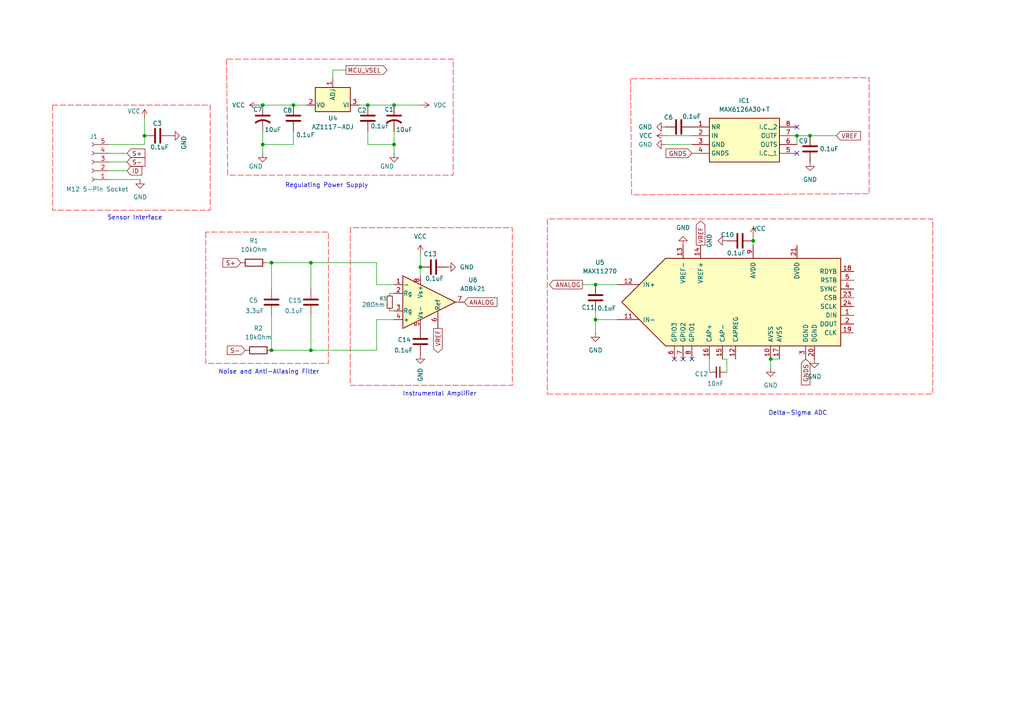
<source format=kicad_sch>
(kicad_sch (version 20250114) (generator "eeschema") (generator_version "9.0")
  (paper "A4")
  (title_block (title "Innovatest Mobile Force Verification Unit Measurement Chain") (date "2025-11-15") (rev "2.0") (comment 1 "Author: Justin Julius Chin Cheong"))
  (lib_symbols
    (symbol "Amplifier_Instrumentation:AD8421" (pin_names (offset 0.127))
      (property "Reference" "U" (at 3.81 7.62 0))
      (property "Value" "AD8421" (at 3.81 5.08 0))
      (symbol "AD8421_0_1"
        (polyline (pts (xy -7.62 7.62) (xy -7.62 -7.62) (xy 7.62 0) (xy -7.62 7.62)) (stroke (width 0.254)) (fill (type background)))
      )
      (symbol "AD8421_1_1"
        (pin input line (at -10.16 5.08 0) (length 2.54) (name "-") (number "1"))
        (pin passive line (at -10.16 2.54 0) (length 2.54) (name "Rg") (number "2"))
        (pin passive line (at -10.16 -2.54 0) (length 2.54) (name "Rg") (number "3"))
        (pin input line (at -10.16 -5.08 0) (length 2.54) (name "+") (number "4"))
        (pin power_in line (at -2.54 7.62 270) (length 2.54) (name "Vs+") (number "8"))
        (pin power_in line (at -2.54 -7.62 90) (length 2.54) (name "Vs-") (number "5"))
        (pin passive line (at 2.54 -7.62 90) (length 5.08) (name "Ref") (number "6"))
        (pin output line (at 10.16 0 180) (length 2.54) (name "~") (number "7"))
      )
    )
    (symbol "Connector:Conn_01x05_Socket" (pin_names (offset 1.016) (hide yes))
      (property "Reference" "J" (at 0 7.62 0))
      (property "Value" "Conn_01x05_Socket" (at 0 -7.62 0))
      (symbol "Conn_01x05_Socket_1_1"
        (polyline (pts (xy -1.27 5.08) (xy -0.508 5.08)) (stroke (width 0.1524)))
        (polyline (pts (xy -1.27 2.54) (xy -0.508 2.54)) (stroke (width 0.1524)))
        (polyline (pts (xy -1.27 0) (xy -0.508 0)) (stroke (width 0.1524)))
        (polyline (pts (xy -1.27 -2.54) (xy -0.508 -2.54)) (stroke (width 0.1524)))
        (polyline (pts (xy -1.27 -5.08) (xy -0.508 -5.08)) (stroke (width 0.1524)))
        (arc (start 0 4.572) (mid -0.5058 5.08) (end 0 5.588) (stroke (width 0.1524)))
        (arc (start 0 2.032) (mid -0.5058 2.54) (end 0 3.048) (stroke (width 0.1524)))
        (arc (start 0 -0.508) (mid -0.5058 0) (end 0 0.508) (stroke (width 0.1524)))
        (arc (start 0 -3.048) (mid -0.5058 -2.54) (end 0 -2.032) (stroke (width 0.1524)))
        (arc (start 0 -5.588) (mid -0.5058 -5.08) (end 0 -4.572) (stroke (width 0.1524)))
        (pin passive line (at -5.08 5.08 0) (length 3.81) (name "Pin_1") (number "1"))
        (pin passive line (at -5.08 2.54 0) (length 3.81) (name "Pin_2") (number "2"))
        (pin passive line (at -5.08 0 0) (length 3.81) (name "Pin_3") (number "3"))
        (pin passive line (at -5.08 -2.54 0) (length 3.81) (name "Pin_4") (number "4"))
        (pin passive line (at -5.08 -5.08 0) (length 3.81) (name "Pin_5") (number "5"))
      )
    )
    (symbol "Device:C" (pin_numbers (hide yes)) (pin_names (offset 0.254))
      (property "Reference" "C" (at 0.635 2.54 0))
      (property "Value" "C" (at 0.635 -2.54 0))
      (symbol "C_0_1"
        (polyline (pts (xy -2.032 0.762) (xy 2.032 0.762)) (stroke (width 0.508)))
        (polyline (pts (xy -2.032 -0.762) (xy 2.032 -0.762)) (stroke (width 0.508)))
      )
      (symbol "C_1_1"
        (pin passive line (at 0 3.81 270) (length 2.794) (name "~") (number "1"))
        (pin passive line (at 0 -3.81 90) (length 2.794) (name "~") (number "2"))
      )
    )
    (symbol "Device:C_Small" (pin_numbers (hide yes)) (pin_names (offset 0.254) (hide yes))
      (property "Reference" "C" (at 0.254 1.778 0))
      (property "Value" "C_Small" (at 0.254 -2.032 0))
      (symbol "C_Small_0_1"
        (polyline (pts (xy -1.524 0.508) (xy 1.524 0.508)) (stroke (width 0.3048)))
        (polyline (pts (xy -1.524 -0.508) (xy 1.524 -0.508)) (stroke (width 0.3302)))
      )
      (symbol "C_Small_1_1"
        (pin passive line (at 0 2.54 270) (length 2.032) (name "~") (number "1"))
        (pin passive line (at 0 -2.54 90) (length 2.032) (name "~") (number "2"))
      )
    )
    (symbol "Device:C_US" (pin_numbers (hide yes)) (pin_names (offset 0.254) (hide yes))
      (property "Reference" "C" (at 0.635 2.54 0))
      (property "Value" "C_US" (at 0.635 -2.54 0))
      (symbol "C_US_0_1"
        (polyline (pts (xy -2.032 0.762) (xy 2.032 0.762)) (stroke (width 0.508)))
        (arc (start -2.032 -1.27) (mid 0 -0.5572) (end 2.032 -1.27) (stroke (width 0.508)))
      )
      (symbol "C_US_1_1"
        (pin passive line (at 0 3.81 270) (length 2.794) (name "~") (number "1"))
        (pin passive line (at 0 -3.81 90) (length 3.302) (name "~") (number "2"))
      )
    )
    (symbol "Device:R" (pin_numbers (hide yes)) (pin_names (offset 0))
      (property "Reference" "R" (at 2.032 0 90))
      (property "Value" "R" (at 0 0 90))
      (symbol "R_0_1"
        (rectangle (start -1.016 -2.54) (end 1.016 2.54) (stroke (width 0.254)))
      )
      (symbol "R_1_1"
        (pin passive line (at 0 3.81 270) (length 1.27) (name "~") (number "1"))
        (pin passive line (at 0 -3.81 90) (length 1.27) (name "~") (number "2"))
      )
    )
    (symbol "Device:R_Small" (pin_numbers (hide yes)) (pin_names (offset 0.254) (hide yes))
      (property "Reference" "R" (at 0 0 90))
      (property "Value" "R_Small" (at 1.778 0 90))
      (symbol "R_Small_0_1"
        (rectangle (start -0.762 1.778) (end 0.762 -1.778) (stroke (width 0.2032)))
      )
      (symbol "R_Small_1_1"
        (pin passive line (at 0 2.54 270) (length 0.762) (name "~") (number "1"))
        (pin passive line (at 0 -2.54 90) (length 0.762) (name "~") (number "2"))
      )
    )
    (symbol "MAX6126A30+T:MAX6126A30+T"
      (property "Reference" "IC" (at 26.67 7.62 0))
      (property "Value" "MAX6126A30+T" (at 26.67 5.08 0))
      (symbol "MAX6126A30+T_1_1"
        (rectangle (start 5.08 2.54) (end 25.4 -10.16) (stroke (width 0.254)) (fill (type background)))
        (pin passive line (at 0 0 0) (length 5.08) (name "NR") (number "1"))
        (pin passive line (at 0 -2.54 0) (length 5.08) (name "IN") (number "2"))
        (pin passive line (at 0 -5.08 0) (length 5.08) (name "GND") (number "3"))
        (pin passive line (at 0 -7.62 0) (length 5.08) (name "GNDS") (number "4"))
        (pin passive line (at 30.48 0 180) (length 5.08) (name "I.C._2") (number "8"))
        (pin passive line (at 30.48 -2.54 180) (length 5.08) (name "OUTF") (number "7"))
        (pin passive line (at 30.48 -5.08 180) (length 5.08) (name "OUTS") (number "6"))
        (pin passive line (at 30.48 -7.62 180) (length 5.08) (name "I.C._1") (number "5"))
      )
    )
    (symbol "Regulator_Linear:AZ1117-ADJ" (pin_names (offset 0.254))
      (property "Reference" "U" (at -3.81 3.175 0))
      (property "Value" "AZ1117-ADJ" (at 0 3.175 0))
      (symbol "AZ1117-ADJ_0_1"
        (rectangle (start -5.08 1.905) (end 5.08 -5.08) (stroke (width 0.254)) (fill (type background)))
      )
      (symbol "AZ1117-ADJ_1_1"
        (pin power_in line (at -7.62 0 0) (length 2.54) (name "VI") (number "3"))
        (pin input line (at 0 -7.62 90) (length 2.54) (name "ADJ") (number "1"))
        (pin power_out line (at 7.62 0 180) (length 2.54) (name "VO") (number "2"))
      )
    )
    (symbol "gp-components:MAX11270" (pin_names (offset 1.016))
      (property "Reference" "U" (at 8.128 -0.254 0))
      (property "Value" "MAX11270" (at -4.826 -0.254 0))
      (symbol "MAX11270_0_1"
        (polyline (pts (xy 34.29 12.7) (xy -16.51 12.7) (xy -29.21 0) (xy -16.51 -12.7) (xy 3.81 -12.7) (xy 34.29 -12.7) (xy 34.29 12.7)) (stroke (width 0.254)) (fill (type background)))
      )
      (symbol "MAX11270_1_1"
        (pin input line (at -30.48 5.08 0) (length 6.35) (name "IN+") (number "12"))
        (pin input line (at -30.48 -5.08 0) (length 6.35) (name "IN-") (number "11"))
        (pin bidirectional line (at -13.97 -16.51 90) (length 3.81) (name "GPIO3") (number "6"))
        (pin input line (at -11.43 16.51 270) (length 3.81) (name "VREF-") (number "13"))
        (pin bidirectional line (at -11.43 -16.51 90) (length 3.81) (name "GPIO2") (number "7"))
        (pin bidirectional line (at -8.89 -16.51 90) (length 3.81) (name "GPIO1") (number "8"))
        (pin input line (at -6.35 16.51 270) (length 3.81) (name "VREF+") (number "14"))
        (pin output line (at -3.81 -16.51 90) (length 3.81) (name "CAP+") (number "16"))
        (pin output line (at 0 -16.51 90) (length 3.81) (name "CAP-") (number "15"))
        (pin output line (at 3.81 -16.51 90) (length 3.81) (name "CAPREG") (number "12"))
        (pin power_in line (at 8.89 16.51 270) (length 3.81) (name "AVDD") (number "9"))
        (pin power_in line (at 13.97 -16.51 90) (length 3.81) (name "AVSS") (number "10"))
        (pin power_in line (at 16.51 -16.51 90) (length 3.81) (name "AVSS") (number "17"))
        (pin power_in line (at 21.59 16.51 270) (length 3.81) (name "DVDD") (number "21"))
        (pin power_in line (at 24.13 -16.51 90) (length 3.81) (name "DGND") (number "3"))
        (pin power_in line (at 26.67 -16.51 90) (length 3.81) (name "DGND") (number "20"))
        (pin output line (at 38.1 8.89 180) (length 3.81) (name "RDYB") (number "18"))
        (pin input line (at 38.1 6.35 180) (length 3.81) (name "RSTB") (number "5"))
        (pin input line (at 38.1 3.81 180) (length 3.81) (name "SYNC") (number "4"))
        (pin input line (at 38.1 1.27 180) (length 3.81) (name "CSB") (number "23"))
        (pin input line (at 38.1 -1.27 180) (length 3.81) (name "SCLK") (number "24"))
        (pin input line (at 38.1 -3.81 180) (length 3.81) (name "DIN") (number "1"))
        (pin output line (at 38.1 -6.35 180) (length 3.81) (name "DOUT") (number "2"))
        (pin input line (at 38.1 -8.89 180) (length 3.81) (name "CLK") (number "19"))
      )
    )
    (symbol "power:GND" (power) (pin_numbers (hide yes)) (pin_names (offset 0) (hide yes))
      (property "Value" "GND" (at 0 -3.81 0))
      (symbol "GND_0_1"
        (polyline (pts (xy 0 0) (xy 0 -1.27) (xy 1.27 -1.27) (xy 0 -2.54) (xy -1.27 -1.27) (xy 0 -1.27)))
      )
      (symbol "GND_1_1"
        (pin power_in line (at 0 0 270) (length 0) (name "~") (number "1"))
      )
    )
    (symbol "power:VCC" (power) (pin_numbers (hide yes)) (pin_names (offset 0) (hide yes))
      (property "Value" "VCC" (at 0 3.556 0))
      (symbol "VCC_0_1"
        (polyline (pts (xy -0.762 1.27) (xy 0 2.54)))
        (polyline (pts (xy 0 2.54) (xy 0.762 1.27)))
        (polyline (pts (xy 0 0) (xy 0 2.54)))
      )
      (symbol "VCC_1_1"
        (pin power_in line (at 0 0 90) (length 0) (name "~") (number "1"))
      )
    )
  )
  (text "Instrumental Amplifier" (at 127.508 114.3 0) (effects (font (size 1.27 1.27))))
  (text "Noise and Anti-Aliasing Filter" (at 77.978 107.95 0) (effects (font (size 1.27 1.27))))
  (text "Regulating Power Supply\n" (at 94.742 53.848 0) (effects (font (size 1.27 1.27))))
  (text "Delta-Sigma ADC" (at 231.394 119.888 0) (effects (font (size 1.27 1.27))))
  (text "Sensor Interface" (at 39.116 63.246 0) (effects (font (size 1.27 1.27))))
  (junction (at 76.2 41.91))
  (junction (at 85.09 30.48))
  (junction (at 172.72 82.55))
  (junction (at 90.17 76.2))
  (junction (at 76.2 30.48))
  (junction (at 114.3 41.91))
  (junction (at 218.44 69.85))
  (junction (at 41.91 39.37))
  (junction (at 106.68 30.48))
  (junction (at 231.14 39.37))
  (junction (at 172.72 92.71))
  (junction (at 223.52 104.14))
  (junction (at 234.95 39.37))
  (junction (at 78.74 76.2))
  (junction (at 121.92 77.47))
  (junction (at 114.3 30.48))
  (junction (at 78.74 101.6))
  (junction (at 90.17 101.6))
  (no_connect (at 195.58 104.14))
  (no_connect (at 231.14 44.45))
  (no_connect (at 198.12 104.14))
  (no_connect (at 231.14 36.83))
  (no_connect (at 200.66 104.14))
  (wire (pts (xy 85.09 38.1) (xy 85.09 41.91)))
  (wire (pts (xy 172.72 96.52) (xy 172.72 92.71)))
  (wire (pts (xy 121.92 73.66) (xy 121.92 77.47)))
  (wire (pts (xy 172.72 92.71) (xy 179.07 92.71)))
  (wire (pts (xy 78.74 76.2) (xy 77.47 76.2)))
  (wire (pts (xy 106.68 30.48) (xy 114.3 30.48)))
  (wire (pts (xy 193.04 41.91) (xy 200.66 41.91)))
  (wire (pts (xy 114.3 30.48) (xy 121.92 30.48)))
  (wire (pts (xy 114.3 41.91) (xy 114.3 38.1)))
  (wire (pts (xy 109.22 101.6) (xy 109.22 92.71)))
  (wire (pts (xy 76.2 30.48) (xy 85.09 30.48)))
  (wire (pts (xy 210.82 104.14) (xy 209.55 104.14)))
  (wire (pts (xy 104.14 30.48) (xy 106.68 30.48)))
  (wire (pts (xy 114.3 41.91) (xy 114.3 44.45)))
  (wire (pts (xy 36.83 49.53) (xy 31.75 49.53)))
  (wire (pts (xy 242.57 39.37) (xy 234.95 39.37)))
  (wire (pts (xy 78.74 91.44) (xy 78.74 101.6)))
  (wire (pts (xy 231.14 39.37) (xy 234.95 39.37)))
  (wire (pts (xy 168.91 82.55) (xy 172.72 82.55)))
  (wire (pts (xy 36.83 44.45) (xy 31.75 44.45)))
  (wire (pts (xy 78.74 76.2) (xy 78.74 83.82)))
  (wire (pts (xy 109.22 82.55) (xy 114.3 82.55)))
  (wire (pts (xy 193.04 39.37) (xy 200.66 39.37)))
  (wire (pts (xy 231.14 39.37) (xy 231.14 41.91)))
  (wire (pts (xy 41.91 34.29) (xy 41.91 39.37)))
  (wire (pts (xy 172.72 82.55) (xy 179.07 82.55)))
  (wire (pts (xy 96.52 20.32) (xy 96.52 22.86)))
  (wire (pts (xy 76.2 41.91) (xy 76.2 38.1)))
  (wire (pts (xy 85.09 30.48) (xy 88.9 30.48)))
  (wire (pts (xy 121.92 77.47) (xy 121.92 80.01)))
  (wire (pts (xy 76.2 41.91) (xy 85.09 41.91)))
  (wire (pts (xy 210.82 107.95) (xy 210.82 104.14)))
  (wire (pts (xy 90.17 91.44) (xy 90.17 101.6)))
  (wire (pts (xy 31.75 52.07) (xy 40.64 52.07)))
  (wire (pts (xy 223.52 104.14) (xy 226.06 104.14)))
  (wire (pts (xy 109.22 76.2) (xy 109.22 82.55)))
  (wire (pts (xy 78.74 76.2) (xy 90.17 76.2)))
  (wire (pts (xy 106.68 41.91) (xy 114.3 41.91)))
  (wire (pts (xy 90.17 76.2) (xy 90.17 83.82)))
  (wire (pts (xy 100.33 20.32) (xy 96.52 20.32)))
  (wire (pts (xy 218.44 68.58) (xy 218.44 69.85)))
  (wire (pts (xy 90.17 76.2) (xy 109.22 76.2)))
  (wire (pts (xy 172.72 92.71) (xy 172.72 90.17)))
  (wire (pts (xy 36.83 46.99) (xy 31.75 46.99)))
  (wire (pts (xy 78.74 101.6) (xy 90.17 101.6)))
  (wire (pts (xy 223.52 104.14) (xy 223.52 106.68)))
  (wire (pts (xy 113.03 90.17) (xy 114.3 90.17)))
  (wire (pts (xy 109.22 101.6) (xy 90.17 101.6)))
  (wire (pts (xy 113.03 85.09) (xy 114.3 85.09)))
  (wire (pts (xy 41.91 39.37) (xy 41.91 41.91)))
  (wire (pts (xy 205.74 107.95) (xy 205.74 104.14)))
  (wire (pts (xy 106.68 38.1) (xy 106.68 41.91)))
  (wire (pts (xy 31.75 41.91) (xy 41.91 41.91)))
  (wire (pts (xy 74.93 30.48) (xy 76.2 30.48)))
  (wire (pts (xy 109.22 92.71) (xy 114.3 92.71)))
  (wire (pts (xy 218.44 69.85) (xy 218.44 71.12)))
  (wire (pts (xy 76.2 41.91) (xy 76.2 44.45)))
  (global_label "S+" (shape input) (at 36.83 44.45 0) (property "Intersheetrefs" "${INTERSHEET_REFS}" (effects (hide yes))))
  (global_label "VREF" (shape output) (at 127 95.25 270) (property "Intersheetrefs" "${INTERSHEET_REFS}" (effects (hide yes))))
  (global_label "GNDS" (shape input) (at 233.68 104.14 270) (property "Intersheetrefs" "${INTERSHEET_REFS}" (effects (hide yes))))
  (global_label "GNDS" (shape input) (at 200.66 44.45 180) (property "Intersheetrefs" "${INTERSHEET_REFS}" (effects (hide yes))))
  (global_label "ANALOG" (shape input) (at 134.62 87.63 0) (property "Intersheetrefs" "${INTERSHEET_REFS}" (effects (hide yes))))
  (global_label "ANALOG" (shape output) (at 168.91 82.55 180) (property "Intersheetrefs" "${INTERSHEET_REFS}" (effects (hide yes))))
  (global_label "S+" (shape input) (at 69.85 76.2 180) (property "Intersheetrefs" "${INTERSHEET_REFS}" (effects (hide yes))))
  (global_label "VREF" (shape input) (at 242.57 39.37 0) (property "Intersheetrefs" "${INTERSHEET_REFS}" (effects (hide yes))))
  (global_label "ID" (shape input) (at 36.83 49.53 0) (property "Intersheetrefs" "${INTERSHEET_REFS}" (effects (hide yes))))
  (global_label "VREF" (shape output) (at 203.2 71.12 90) (property "Intersheetrefs" "${INTERSHEET_REFS}" (effects (hide yes))))
  (global_label "MCU_VSEL" (shape output) (at 100.33 20.32 0) (property "Intersheetrefs" "${INTERSHEET_REFS}" (effects (hide yes))))
  (global_label "S-" (shape input) (at 71.12 101.6 180) (property "Intersheetrefs" "${INTERSHEET_REFS}" (effects (hide yes))))
  (global_label "S-" (shape input) (at 36.83 46.99 0) (property "Intersheetrefs" "${INTERSHEET_REFS}" (effects (hide yes))))
  (rule_area (polyline (pts (xy 158.75 114.3) (xy 270.51 114.3) (xy 270.51 63.5) (xy 158.75 63.5)) (stroke (width 0) (type dash))))
  (rule_area (polyline (pts (xy 59.69 67.31) (xy 59.69 105.41) (xy 95.25 105.41) (xy 95.25 67.31)) (stroke (width 0) (type dash))))
  (rule_area (polyline (pts (xy 65.7225 17.145) (xy 66.04 50.8) (xy 131.445 50.8) (xy 131.445 17.145)) (stroke (width 0) (type dash))))
  (rule_area (polyline (pts (xy 15.24 30.48) (xy 15.24 60.96) (xy 60.96 60.96) (xy 60.96 30.48)) (stroke (width 0) (type dash))))
  (rule_area (polyline (pts (xy 182.88 22.86) (xy 183.1975 56.515) (xy 252.0949 56.1975) (xy 252.0949 22.5425)) (stroke (width 0) (type dash))))
  (rule_area (polyline (pts (xy 101.6 66.04) (xy 101.6 111.76) (xy 148.59 111.76) (xy 148.59 66.04)) (stroke (width 0) (type dash))))
  (symbol (lib_id "power:GND") (at 172.72 96.52 0) (unit 1)
    (property "Reference" "#PWR018" (effects (hide yes)))
    (property "Value" "GND" (at 172.72 101.6 0))
    (property "Description" "Power symbol creates a global label with name \"GND\" , ground" (effects (hide yes)))
  )
  (symbol (lib_id "Device:C") (at 45.72 39.37 90) (unit 1)
    (property "Reference" "C3" (at 46.99 35.814 90) (effects (justify left)))
    (property "Value" "0.1uF" (at 49.022 42.672 90) (effects (justify left)))
    (property "Description" "Unpolarized capacitor" (effects (hide yes)))
  )
  (symbol (lib_id "power:GND") (at 193.04 36.83 270) (unit 1)
    (property "Reference" "#PWR011" (effects (hide yes)))
    (property "Value" "GND" (at 189.23 36.8299 90) (effects (justify right)))
    (property "Description" "Power symbol creates a global label with name \"GND\" , ground" (effects (hide yes)))
  )
  (symbol (lib_id "MAX6126A30+T:MAX6126A30+T") (at 200.66 36.83 0) (unit 1)
    (property "Reference" "IC1" (at 215.9 29.21 0))
    (property "Value" "MAX6126A30+T" (at 215.9 31.75 0))
    (property "Footprint" "SOP65P490X110-8N" (effects (hide yes)))
    (property "Datasheet" "https://datasheets.maximintegrated.com/en/ds/MAX6126.pdf" (effects (hide yes)))
    (property "Description" "Voltage References Ultra-High-Precision Ultra-Low-Noise" (effects (hide yes)))
    (property "Height" "1.1" (effects (hide yes)))
    (property "Mouser Part Number" "700-MAX6126A30T" (effects (hide yes)))
    (property "Mouser Price/Stock" "https://www.mouser.co.uk/ProductDetail/Analog-Devices-Maxim-Integrated/MAX6126A30%2bT?qs=GxOUx7aO6nz7u5ex3tMmZQ%3D%3D" (effects (hide yes)))
    (property "Manufacturer_Name" "Analog Devices" (effects (hide yes)))
    (property "Manufacturer_Part_Number" "MAX6126A30+T" (effects (hide yes)))
  )
  (symbol (lib_id "power:GND") (at 121.92 102.87 0) (unit 1)
    (property "Reference" "#PWR021" (effects (hide yes)))
    (property "Value" "GND" (at 121.9201 106.68 90) (effects (justify right)))
    (property "Description" "Power symbol creates a global label with name \"GND\" , ground" (effects (hide yes)))
  )
  (symbol (lib_id "power:VCC") (at 121.92 73.66 0) (unit 1)
    (property "Reference" "#PWR07" (effects (hide yes)))
    (property "Value" "VCC" (at 121.92 68.58 0))
    (property "Description" "Power symbol creates a global label with name \"VCC\"" (effects (hide yes)))
  )
  (symbol (lib_id "power:GND") (at 114.3 44.45 0) (unit 1)
    (property "Reference" "#PWR01" (effects (hide yes)))
    (property "Value" "GND" (at 114.3001 48.26 0) (effects (justify right)))
    (property "Description" "Power symbol creates a global label with name \"GND\" , ground" (effects (hide yes)))
  )
  (symbol (lib_id "Device:C") (at 196.85 36.83 270) (unit 1)
    (property "Reference" "C6" (at 192.532 34.036 90) (effects (justify left)))
    (property "Value" "0.1uF" (at 197.866 33.782 90) (effects (justify left)))
    (property "Description" "Unpolarized capacitor" (effects (hide yes)))
  )
  (symbol (lib_id "power:GND") (at 129.54 77.47 90) (unit 1)
    (property "Reference" "#PWR019" (effects (hide yes)))
    (property "Value" "GND" (at 133.35 77.4699 90) (effects (justify right)))
    (property "Description" "Power symbol creates a global label with name \"GND\" , ground" (effects (hide yes)))
  )
  (symbol (lib_id "gp-components:MAX11270") (at 209.55 87.63 0) (unit 1)
    (property "Reference" "U5" (at 173.99 76.1298 0))
    (property "Value" "MAX11270" (at 173.99 78.6698 0))
    (property "Footprint" "Package_SO:SOIC-8_3.9x4.9mm_P1.27mm" (effects (hide yes)))
    (property "Datasheet" "http://www.ti.com/lit/ds/symlink/ads1251.pdf" (effects (hide yes)))
    (property "Description" "Single channel 24-bit Analog to Digital Converter, 5V supply, differential input, 20kHz, 2-wire serial interface, SOIC-8" (effects (hide yes)))
  )
  (symbol (lib_id "Device:C") (at 121.92 99.06 0) (unit 1)
    (property "Reference" "C14" (at 115.316 98.552 0) (effects (justify left)))
    (property "Value" "0.1uF" (at 114.3 101.6 0) (effects (justify left)))
    (property "Description" "Unpolarized capacitor" (effects (hide yes)))
  )
  (symbol (lib_id "power:VCC") (at 193.04 39.37 90) (unit 1)
    (property "Reference" "#PWR010" (effects (hide yes)))
    (property "Value" "VCC" (at 189.23 39.3699 90) (effects (justify left)))
    (property "Description" "Power symbol creates a global label with name \"VCC\"" (effects (hide yes)))
  )
  (symbol (lib_id "Amplifier_Instrumentation:AD8421") (at 124.46 87.63 0) (unit 1)
    (property "Reference" "U6" (at 137.16 81.2098 0))
    (property "Value" "AD8421" (at 137.16 83.7498 0))
    (property "Datasheet" "https://www.analog.com/media/en/technical-documentation/data-sheets/AD8421.pdf" (effects (hide yes)))
    (property "Description" "Single Low Power Instrumentation Amplifier, SOIC-8/MSOP-8" (effects (hide yes)))
  )
  (symbol (lib_id "Connector:Conn_01x05_Socket") (at 26.67 46.99 180) (unit 1)
    (property "Reference" "J1" (at 27.178 39.624 0))
    (property "Value" "M12 5-Pin Socket" (at 28.194 54.864 0))
    (property "Description" "Generic connector, single row, 01x05, script generated" (effects (hide yes)))
  )
  (symbol (lib_id "power:GND") (at 49.53 39.37 90) (unit 1)
    (property "Reference" "#PWR05" (effects (hide yes)))
    (property "Value" "GND" (at 53.34 39.3699 0) (effects (justify right)))
    (property "Description" "Power symbol creates a global label with name \"GND\" , ground" (effects (hide yes)))
  )
  (symbol (lib_id "power:GND") (at 198.12 71.12 180) (unit 1)
    (property "Reference" "#PWR015" (effects (hide yes)))
    (property "Value" "GND" (at 198.12 66.04 0))
    (property "Description" "Power symbol creates a global label with name \"GND\" , ground" (effects (hide yes)))
  )
  (symbol (lib_id "power:GND") (at 234.95 46.99 0) (unit 1)
    (property "Reference" "#PWR012" (effects (hide yes)))
    (property "Value" "GND" (at 234.95 52.07 0))
    (property "Description" "Power symbol creates a global label with name \"GND\" , ground" (effects (hide yes)))
  )
  (symbol (lib_id "power:VCC") (at 74.93 30.48 90) (unit 1)
    (property "Reference" "#PWR04" (effects (hide yes)))
    (property "Value" "VCC" (at 71.12 30.4799 90) (effects (justify left)))
    (property "Description" "Power symbol creates a global label with name \"VCC\"" (effects (hide yes)))
  )
  (symbol (lib_id "power:GND") (at 40.64 52.07 0) (unit 1)
    (property "Reference" "#PWR03" (effects (hide yes)))
    (property "Value" "GND" (at 40.64 57.15 0))
    (property "Description" "Power symbol creates a global label with name \"GND\" , ground" (effects (hide yes)))
  )
  (symbol (lib_id "Device:C_Small") (at 208.28 107.95 270) (unit 1)
    (property "Reference" "C12" (at 203.454 108.458 90))
    (property "Value" "10nF" (at 207.518 111.252 90))
    (property "Description" "Unpolarized capacitor, small symbol" (effects (hide yes)))
  )
  (symbol (lib_id "power:GND") (at 193.04 41.91 270) (unit 1)
    (property "Reference" "#PWR09" (effects (hide yes)))
    (property "Value" "GND" (at 189.23 41.9099 90) (effects (justify right)))
    (property "Description" "Power symbol creates a global label with name \"GND\" , ground" (effects (hide yes)))
  )
  (symbol (lib_id "Device:R_Small") (at 113.03 87.63 0) (unit 1)
    (property "Reference" "R3" (at 109.982 86.614 0) (effects (font (size 1.016 1.016)) (justify left)))
    (property "Value" "28Ohm" (at 104.902 88.392 0) (effects (justify left)))
    (property "Description" "Resistor, small symbol" (effects (hide yes)))
  )
  (symbol (lib_id "Device:C_US") (at 76.2 34.29 0) (unit 1)
    (property "Reference" "C7" (at 73.406 31.75 0) (effects (justify left)))
    (property "Value" "10uF" (at 76.708 37.592 0) (effects (justify left)))
    (property "Description" "capacitor, US symbol" (effects (hide yes)))
  )
  (symbol (lib_id "Device:C") (at 125.73 77.47 90) (unit 1)
    (property "Reference" "C13" (at 126.746 73.66 90) (effects (justify left)))
    (property "Value" "0.1uF" (at 128.778 80.772 90) (effects (justify left)))
    (property "Description" "Unpolarized capacitor" (effects (hide yes)))
  )
  (symbol (lib_id "Device:C") (at 234.95 43.18 0) (unit 1)
    (property "Reference" "C9" (at 231.648 40.894 0) (effects (justify left)))
    (property "Value" "0.1uF" (at 237.744 43.18 0) (effects (justify left)))
    (property "Description" "Unpolarized capacitor" (effects (hide yes)))
  )
  (symbol (lib_id "Device:C") (at 214.63 69.85 270) (unit 1)
    (property "Reference" "C10" (at 209.042 68.072 90) (effects (justify left)))
    (property "Value" "0.1uF" (at 210.82 73.406 90) (effects (justify left)))
    (property "Description" "Unpolarized capacitor" (effects (hide yes)))
  )
  (symbol (lib_id "power:GND") (at 210.82 69.85 270) (unit 1)
    (property "Reference" "#PWR017" (effects (hide yes)))
    (property "Value" "GND" (at 205.74 69.85 0))
    (property "Description" "Power symbol creates a global label with name \"GND\" , ground" (effects (hide yes)))
  )
  (symbol (lib_id "power:VCC") (at 218.44 68.58 0) (unit 1)
    (property "Reference" "#PWR016" (effects (hide yes)))
    (property "Value" "VCC" (at 220.218 66.294 0))
    (property "Description" "Power symbol creates a global label with name \"VCC\"" (effects (hide yes)))
  )
  (symbol (lib_id "Regulator_Linear:AZ1117-ADJ") (at 96.52 30.48 180) (unit 1)
    (property "Reference" "U4" (at 96.52 34.29 0))
    (property "Value" "AZ1117-ADJ" (at 96.52 36.83 0))
    (property "Datasheet" "https://www.diodes.com/assets/Datasheets/AZ1117.pdf" (effects (hide yes)))
    (property "Description" "1A 20V Adjustable LDO Linear Regulator, SOT-89/SOT-223/TO-220/TO-252/TO-263" (effects (hide yes)))
  )
  (symbol (lib_id "power:GND") (at 223.52 106.68 0) (unit 1)
    (property "Reference" "#PWR014" (effects (hide yes)))
    (property "Value" "GND" (at 223.52 111.76 0))
    (property "Description" "Power symbol creates a global label with name \"GND\" , ground" (effects (hide yes)))
  )
  (symbol (lib_id "Device:R") (at 74.93 101.6 90) (unit 1)
    (property "Reference" "R2" (at 74.93 95.25 90))
    (property "Value" "10kOhm" (at 74.93 97.79 90))
    (property "Description" "Resistor" (effects (hide yes)))
  )
  (symbol (lib_id "Device:C") (at 106.68 34.29 0) (unit 1)
    (property "Reference" "C2" (at 103.632 32.004 0) (effects (justify left)))
    (property "Value" "0.1uF" (at 107.442 36.576 0) (effects (justify left)))
    (property "Description" "Unpolarized capacitor" (effects (hide yes)))
  )
  (symbol (lib_id "Device:C") (at 172.72 86.36 0) (unit 1)
    (property "Reference" "C11" (at 168.656 89.154 0) (effects (justify left)))
    (property "Value" "0.1uF" (at 173.228 89.408 0) (effects (justify left)))
    (property "Description" "Unpolarized capacitor" (effects (hide yes)))
  )
  (symbol (lib_id "power:GND") (at 236.22 104.14 0) (unit 1)
    (property "Reference" "#PWR08" (effects (hide yes)))
    (property "Value" "GND" (at 236.22 109.22 0))
    (property "Description" "Power symbol creates a global label with name \"GND\" , ground" (effects (hide yes)))
  )
  (symbol (lib_id "Device:C") (at 90.17 87.63 0) (unit 1)
    (property "Reference" "C15" (at 83.566 87.122 0) (effects (justify left)))
    (property "Value" "0.1uF" (at 82.55 90.17 0) (effects (justify left)))
    (property "Description" "Unpolarized capacitor" (effects (hide yes)))
  )
  (symbol (lib_id "Device:C") (at 78.74 87.63 0) (unit 1)
    (property "Reference" "C5" (at 72.136 87.122 0) (effects (justify left)))
    (property "Value" "3.3uF" (at 71.12 90.17 0) (effects (justify left)))
    (property "Description" "Unpolarized capacitor" (effects (hide yes)))
  )
  (symbol (lib_id "Device:R") (at 73.66 76.2 270) (unit 1)
    (property "Reference" "R1" (at 73.66 69.85 90))
    (property "Value" "10kOhm" (at 73.66 72.39 90))
    (property "Description" "Resistor" (effects (hide yes)))
  )
  (symbol (lib_id "power:GND") (at 76.2 44.45 0) (unit 1)
    (property "Reference" "#PWR013" (effects (hide yes)))
    (property "Value" "GND" (at 76.2001 48.26 0) (effects (justify right)))
    (property "Description" "Power symbol creates a global label with name \"GND\" , ground" (effects (hide yes)))
  )
  (symbol (lib_id "Device:C_US") (at 114.3 34.29 0) (unit 1)
    (property "Reference" "C1" (at 111.506 31.75 0) (effects (justify left)))
    (property "Value" "10uF" (at 114.808 37.592 0) (effects (justify left)))
    (property "Description" "capacitor, US symbol" (effects (hide yes)))
  )
  (symbol (lib_id "power:VCC") (at 41.91 34.29 0) (unit 1)
    (property "Reference" "#PWR06" (effects (hide yes)))
    (property "Value" "VCC" (at 38.862 32.258 0))
    (property "Description" "Power symbol creates a global label with name \"VCC\"" (effects (hide yes)))
  )
  (symbol (lib_id "Device:C") (at 85.09 34.29 0) (unit 1)
    (property "Reference" "C8" (at 82.042 32.004 0) (effects (justify left)))
    (property "Value" "0.1uF" (at 85.852 39.116 0) (effects (justify left)))
    (property "Description" "Unpolarized capacitor" (effects (hide yes)))
  )
  (symbol (lib_id "power:VCC") (at 121.92 30.48 270) (unit 1)
    (property "Reference" "#PWR02" (effects (hide yes)))
    (property "Value" "VDC" (at 125.73 30.4799 90) (effects (justify left)))
    (property "Description" "Power symbol creates a global label with name \"VCC\"" (effects (hide yes)))
  )
)
</source>
